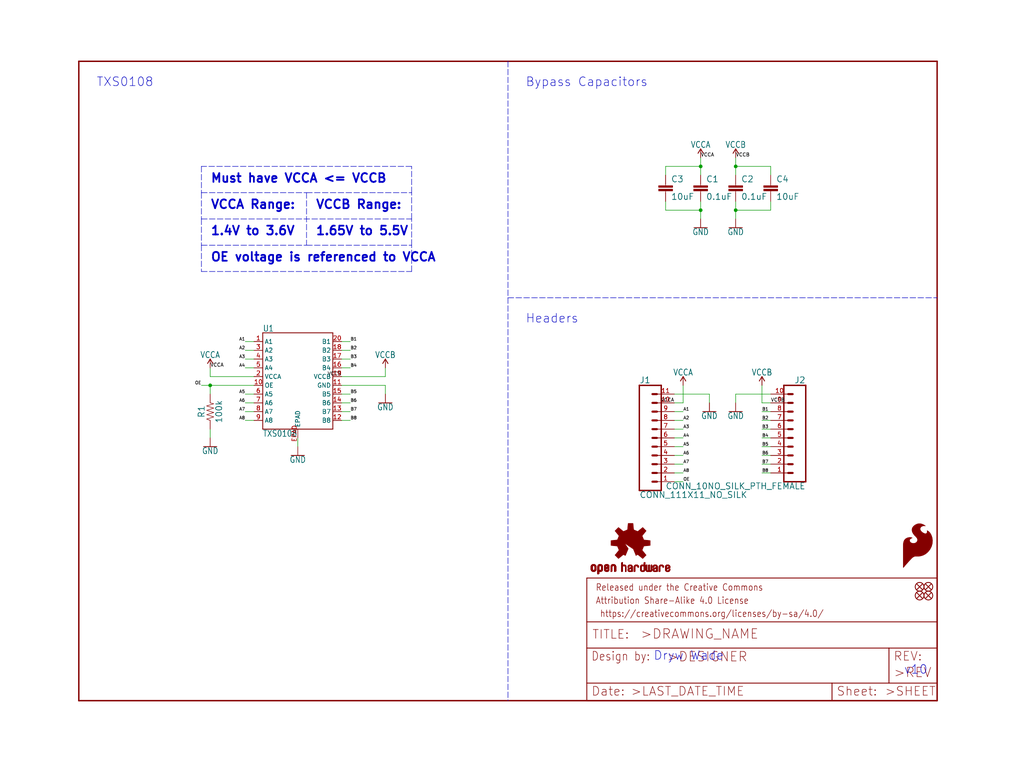
<source format=kicad_sch>
(kicad_sch (version 20211123) (generator eeschema)
  (paper "User" 297.002 223.926)
  (lib_symbols
    (symbol "eagleSchem-eagle-import:0.1UF-0603-25V-(+80{slash}-20%)"
      (property "Reference" "C" (at 1.524 2.921 0))
      (property "Value" "0.1UF-0603-25V-(+80{slash}-20%)" (at 1.524 -2.159 0))
      (symbol "0.1UF-0603-25V-(+80{slash}-20%)_1_0"
        (pin passive line (at 0 5.08 270) (length 2.54) (name "1") (number "1"))
        (pin passive line (at 0 -2.54 90) (length 2.54) (name "2") (number "2"))
      )
    )
    (symbol "eagleSchem-eagle-import:100KOHM-0603-1{slash}10W-1%"
      (property "Reference" "R" (at 0 1.524 0))
      (property "Value" "100KOHM-0603-1{slash}10W-1%" (at 0 -1.524 0))
      (symbol "100KOHM-0603-1{slash}10W-1%_1_0"
        (pin passive line (at -5.08 0 0) (length 2.54) (name "1") (number "1"))
        (pin passive line (at 5.08 0 180) (length 2.54) (name "2") (number "2"))
      )
    )
    (symbol "eagleSchem-eagle-import:10UF-0603-6.3V-20%"
      (property "Reference" "C" (at 1.524 2.921 0))
      (property "Value" "10UF-0603-6.3V-20%" (at 1.524 -2.159 0))
      (symbol "10UF-0603-6.3V-20%_1_0"
        (pin passive line (at 0 5.08 270) (length 2.54) (name "1") (number "1"))
        (pin passive line (at 0 -2.54 90) (length 2.54) (name "2") (number "2"))
      )
    )
    (symbol "eagleSchem-eagle-import:CONN_10NO_SILK_PTH_FEMALE"
      (property "Reference" "J" (at 0 8.128 0))
      (property "Value" "CONN_10NO_SILK_PTH_FEMALE" (at 0 -22.606 0))
      (symbol "CONN_10NO_SILK_PTH_FEMALE_1_0"
        (pin passive line (at 10.16 -17.78 180) (length 5.08) (name "1") (number "1"))
        (pin passive line (at 10.16 5.08 180) (length 5.08) (name "10") (number "10"))
        (pin passive line (at 10.16 -15.24 180) (length 5.08) (name "2") (number "2"))
        (pin passive line (at 10.16 -12.7 180) (length 5.08) (name "3") (number "3"))
        (pin passive line (at 10.16 -10.16 180) (length 5.08) (name "4") (number "4"))
        (pin passive line (at 10.16 -7.62 180) (length 5.08) (name "5") (number "5"))
        (pin passive line (at 10.16 -5.08 180) (length 5.08) (name "6") (number "6"))
        (pin passive line (at 10.16 -2.54 180) (length 5.08) (name "7") (number "7"))
        (pin passive line (at 10.16 0 180) (length 5.08) (name "8") (number "8"))
        (pin passive line (at 10.16 2.54 180) (length 5.08) (name "9") (number "9"))
      )
    )
    (symbol "eagleSchem-eagle-import:CONN_111X11_NO_SILK"
      (property "Reference" "J" (at 0 15.748 0))
      (property "Value" "CONN_111X11_NO_SILK" (at 0 -17.526 0))
      (symbol "CONN_111X11_NO_SILK_1_0"
        (pin passive line (at 10.16 -12.7 180) (length 5.08) (name "1") (number "1"))
        (pin passive line (at 10.16 10.16 180) (length 5.08) (name "10") (number "10"))
        (pin passive line (at 10.16 12.7 180) (length 5.08) (name "11") (number "11"))
        (pin passive line (at 10.16 -10.16 180) (length 5.08) (name "2") (number "2"))
        (pin passive line (at 10.16 -7.62 180) (length 5.08) (name "3") (number "3"))
        (pin passive line (at 10.16 -5.08 180) (length 5.08) (name "4") (number "4"))
        (pin passive line (at 10.16 -2.54 180) (length 5.08) (name "5") (number "5"))
        (pin passive line (at 10.16 0 180) (length 5.08) (name "6") (number "6"))
        (pin passive line (at 10.16 2.54 180) (length 5.08) (name "7") (number "7"))
        (pin passive line (at 10.16 5.08 180) (length 5.08) (name "8") (number "8"))
        (pin passive line (at 10.16 7.62 180) (length 5.08) (name "9") (number "9"))
      )
    )
    (symbol "eagleSchem-eagle-import:FIDUCIAL1X2")
    (symbol "eagleSchem-eagle-import:FRAME-LETTER"
      (symbol "FRAME-LETTER_2_0"
        (text " https://creativecommons.org/licenses/by-sa/4.0/" (at 2.54 24.13 0) (effects (font (size 1.9304 1.6408)) (justify left bottom)))
        (text ">DESIGNER" (at 23.114 11.176 0) (effects (font (size 2.7432 2.7432)) (justify left bottom)))
        (text ">DRAWING_NAME" (at 15.494 17.78 0) (effects (font (size 2.7432 2.7432)) (justify left bottom)))
        (text ">LAST_DATE_TIME" (at 12.7 1.27 0) (effects (font (size 2.54 2.54)) (justify left bottom)))
        (text ">REV" (at 88.9 6.604 0) (effects (font (size 2.7432 2.7432)) (justify left bottom)))
        (text ">SHEET" (at 86.36 1.27 0) (effects (font (size 2.54 2.54)) (justify left bottom)))
        (text "Attribution Share-Alike 4.0 License" (at 2.54 27.94 0) (effects (font (size 1.9304 1.6408)) (justify left bottom)))
        (text "Date:" (at 1.27 1.27 0) (effects (font (size 2.54 2.54)) (justify left bottom)))
        (text "Design by:" (at 1.27 11.43 0) (effects (font (size 2.54 2.159)) (justify left bottom)))
        (text "Released under the Creative Commons" (at 2.54 31.75 0) (effects (font (size 1.9304 1.6408)) (justify left bottom)))
        (text "REV:" (at 88.9 11.43 0) (effects (font (size 2.54 2.54)) (justify left bottom)))
        (text "Sheet:" (at 72.39 1.27 0) (effects (font (size 2.54 2.54)) (justify left bottom)))
        (text "TITLE:" (at 1.524 17.78 0) (effects (font (size 2.54 2.54)) (justify left bottom)))
      )
    )
    (symbol "eagleSchem-eagle-import:GND" (power)
      (property "Value" "GND" (at 0 -0.254 0))
      (symbol "GND_1_0"
        (pin power_in line (at 0 2.54 270) (length 2.54) (name "GND") (number "1"))
      )
    )
    (symbol "eagleSchem-eagle-import:OSHW-LOGOS")
    (symbol "eagleSchem-eagle-import:SFE_LOGO_FLAME.1_INCH")
    (symbol "eagleSchem-eagle-import:TXS0108-VFQFN_20"
      (property "Reference" "U" (at -10.16 13.97 0))
      (property "Value" "TXS0108-VFQFN_20" (at -10.16 -16.51 0))
      (symbol "TXS0108-VFQFN_20_1_0"
        (pin bidirectional line (at -12.7 10.16 0) (length 2.54) (name "A1") (number "1"))
        (pin bidirectional line (at -12.7 -2.54 0) (length 2.54) (name "OE") (number "10"))
        (pin bidirectional line (at 12.7 -2.54 180) (length 2.54) (name "GND") (number "11"))
        (pin bidirectional line (at 12.7 -12.7 180) (length 2.54) (name "B8") (number "12"))
        (pin bidirectional line (at 12.7 -10.16 180) (length 2.54) (name "B7") (number "13"))
        (pin bidirectional line (at 12.7 -7.62 180) (length 2.54) (name "B6") (number "14"))
        (pin bidirectional line (at 12.7 -5.08 180) (length 2.54) (name "B5") (number "15"))
        (pin bidirectional line (at 12.7 2.54 180) (length 2.54) (name "B4") (number "16"))
        (pin bidirectional line (at 12.7 5.08 180) (length 2.54) (name "B3") (number "17"))
        (pin bidirectional line (at 12.7 7.62 180) (length 2.54) (name "B2") (number "18"))
        (pin bidirectional line (at 12.7 0 180) (length 2.54) (name "VCCB") (number "19"))
        (pin bidirectional line (at -12.7 0 0) (length 2.54) (name "VCCA") (number "2"))
        (pin bidirectional line (at 12.7 10.16 180) (length 2.54) (name "B1") (number "20"))
        (pin bidirectional line (at -12.7 7.62 0) (length 2.54) (name "A2") (number "3"))
        (pin bidirectional line (at -12.7 5.08 0) (length 2.54) (name "A3") (number "4"))
        (pin bidirectional line (at -12.7 2.54 0) (length 2.54) (name "A4") (number "5"))
        (pin bidirectional line (at -12.7 -5.08 0) (length 2.54) (name "A5") (number "6"))
        (pin bidirectional line (at -12.7 -7.62 0) (length 2.54) (name "A6") (number "7"))
        (pin bidirectional line (at -12.7 -10.16 0) (length 2.54) (name "A7") (number "8"))
        (pin bidirectional line (at -12.7 -12.7 0) (length 2.54) (name "A8") (number "9"))
        (pin bidirectional line (at 0 -17.78 90) (length 2.54) (name "EPAD") (number "EPAD"))
      )
    )
    (symbol "eagleSchem-eagle-import:VCC_1" (power)
      (property "Value" "VCC_1" (at 0 2.794 0))
      (symbol "VCC_1_1_0"
        (pin power_in line (at 0 0 90) (length 2.54) (name "VCC_1") (number "1"))
      )
    )
    (symbol "eagleSchem-eagle-import:VCC_2" (power)
      (property "Value" "VCC_2" (at 0 2.794 0))
      (symbol "VCC_2_1_0"
        (pin power_in line (at 0 0 90) (length 2.54) (name "VCC_2") (number "1"))
      )
    )
  )
  (junction (at 213.36 48.26))
  (junction (at 213.36 60.96))
  (junction (at 60.96 111.76))
  (junction (at 203.2 60.96))
  (junction (at 203.2 48.26))
  (wire (pts (xy 223.52 124.46) (xy 220.98 124.46)))
  (wire (pts (xy 73.66 119.38) (xy 71.12 119.38)))
  (wire (pts (xy 203.2 58.42) (xy 203.2 60.96)))
  (wire (pts (xy 73.66 104.14) (xy 71.12 104.14)))
  (wire (pts (xy 193.04 60.96) (xy 203.2 60.96)))
  (wire (pts (xy 99.06 106.68) (xy 101.6 106.68)))
  (wire (pts (xy 193.04 48.26) (xy 203.2 48.26)))
  (wire (pts (xy 195.58 127) (xy 198.12 127)))
  (wire (pts (xy 223.52 121.92) (xy 220.98 121.92)))
  (wire (pts (xy 99.06 101.6) (xy 101.6 101.6)))
  (wire (pts (xy 213.36 60.96) (xy 213.36 58.42)))
  (wire (pts (xy 60.96 106.68) (xy 60.96 109.22)))
  (polyline (pts (xy 58.42 48.26) (xy 58.42 55.88)))
  (wire (pts (xy 193.04 58.42) (xy 193.04 60.96)))
  (wire (pts (xy 213.36 114.3) (xy 213.36 116.84)))
  (wire (pts (xy 203.2 45.72) (xy 203.2 48.26)))
  (polyline (pts (xy 147.32 86.36) (xy 271.78 86.36)))
  (wire (pts (xy 73.66 116.84) (xy 71.12 116.84)))
  (wire (pts (xy 195.58 119.38) (xy 198.12 119.38)))
  (wire (pts (xy 198.12 116.84) (xy 198.12 111.76)))
  (wire (pts (xy 205.74 114.3) (xy 205.74 116.84)))
  (wire (pts (xy 223.52 127) (xy 220.98 127)))
  (polyline (pts (xy 58.42 63.5) (xy 119.38 63.5)))
  (wire (pts (xy 99.06 116.84) (xy 101.6 116.84)))
  (polyline (pts (xy 58.42 71.12) (xy 58.42 78.74)))
  (wire (pts (xy 73.66 106.68) (xy 71.12 106.68)))
  (wire (pts (xy 203.2 60.96) (xy 203.2 63.5)))
  (wire (pts (xy 195.58 139.7) (xy 198.12 139.7)))
  (polyline (pts (xy 58.42 78.74) (xy 119.38 78.74)))
  (wire (pts (xy 223.52 129.54) (xy 220.98 129.54)))
  (wire (pts (xy 223.52 137.16) (xy 220.98 137.16)))
  (wire (pts (xy 223.52 50.8) (xy 223.52 48.26)))
  (wire (pts (xy 195.58 132.08) (xy 198.12 132.08)))
  (polyline (pts (xy 119.38 48.26) (xy 58.42 48.26)))
  (polyline (pts (xy 88.9 71.12) (xy 119.38 71.12)))
  (wire (pts (xy 213.36 48.26) (xy 213.36 50.8)))
  (polyline (pts (xy 88.9 55.88) (xy 119.38 55.88)))
  (polyline (pts (xy 58.42 63.5) (xy 58.42 71.12)))
  (polyline (pts (xy 119.38 63.5) (xy 119.38 55.88)))
  (polyline (pts (xy 147.32 17.78) (xy 147.32 86.36)))
  (wire (pts (xy 73.66 99.06) (xy 71.12 99.06)))
  (wire (pts (xy 223.52 58.42) (xy 223.52 60.96)))
  (wire (pts (xy 223.52 132.08) (xy 220.98 132.08)))
  (wire (pts (xy 58.42 111.76) (xy 60.96 111.76)))
  (wire (pts (xy 203.2 48.26) (xy 203.2 50.8)))
  (wire (pts (xy 223.52 134.62) (xy 220.98 134.62)))
  (wire (pts (xy 99.06 121.92) (xy 101.6 121.92)))
  (wire (pts (xy 195.58 114.3) (xy 205.74 114.3)))
  (wire (pts (xy 195.58 116.84) (xy 198.12 116.84)))
  (polyline (pts (xy 147.32 86.36) (xy 147.32 203.2)))
  (polyline (pts (xy 119.38 55.88) (xy 119.38 48.26)))
  (wire (pts (xy 86.36 129.54) (xy 86.36 127)))
  (wire (pts (xy 60.96 111.76) (xy 73.66 111.76)))
  (polyline (pts (xy 58.42 71.12) (xy 88.9 71.12)))
  (wire (pts (xy 73.66 101.6) (xy 71.12 101.6)))
  (wire (pts (xy 195.58 134.62) (xy 198.12 134.62)))
  (wire (pts (xy 223.52 48.26) (xy 213.36 48.26)))
  (wire (pts (xy 193.04 50.8) (xy 193.04 48.26)))
  (wire (pts (xy 99.06 109.22) (xy 111.76 109.22)))
  (wire (pts (xy 223.52 119.38) (xy 220.98 119.38)))
  (wire (pts (xy 99.06 99.06) (xy 101.6 99.06)))
  (wire (pts (xy 213.36 45.72) (xy 213.36 48.26)))
  (wire (pts (xy 99.06 119.38) (xy 101.6 119.38)))
  (wire (pts (xy 195.58 129.54) (xy 198.12 129.54)))
  (wire (pts (xy 99.06 104.14) (xy 101.6 104.14)))
  (wire (pts (xy 99.06 111.76) (xy 111.76 111.76)))
  (wire (pts (xy 111.76 109.22) (xy 111.76 106.68)))
  (wire (pts (xy 60.96 124.46) (xy 60.96 127)))
  (polyline (pts (xy 58.42 55.88) (xy 58.42 63.5)))
  (wire (pts (xy 99.06 114.3) (xy 101.6 114.3)))
  (wire (pts (xy 195.58 124.46) (xy 198.12 124.46)))
  (polyline (pts (xy 119.38 71.12) (xy 119.38 63.5)))
  (polyline (pts (xy 119.38 78.74) (xy 119.38 71.12)))
  (wire (pts (xy 73.66 114.3) (xy 71.12 114.3)))
  (wire (pts (xy 195.58 137.16) (xy 198.12 137.16)))
  (wire (pts (xy 60.96 114.3) (xy 60.96 111.76)))
  (wire (pts (xy 223.52 60.96) (xy 213.36 60.96)))
  (polyline (pts (xy 88.9 55.88) (xy 88.9 71.12)))
  (wire (pts (xy 111.76 111.76) (xy 111.76 114.3)))
  (wire (pts (xy 220.98 116.84) (xy 220.98 111.76)))
  (wire (pts (xy 73.66 121.92) (xy 71.12 121.92)))
  (wire (pts (xy 195.58 121.92) (xy 198.12 121.92)))
  (wire (pts (xy 223.52 114.3) (xy 213.36 114.3)))
  (wire (pts (xy 223.52 116.84) (xy 220.98 116.84)))
  (wire (pts (xy 60.96 109.22) (xy 73.66 109.22)))
  (wire (pts (xy 213.36 63.5) (xy 213.36 60.96)))
  (polyline (pts (xy 58.42 55.88) (xy 88.9 55.88)))
  (text "v10" (at 262.128 195.834 180) (effects (font (size 2.54 2.54)) (justify left bottom)))
  (text "Must have VCCA <= VCCB~{}" (at 60.96 53.34 180) (effects (font (size 2.54 2.54) (thickness 0.508) bold) (justify left bottom)))
  (text "Dryw Wade" (at 189.484 191.77 180) (effects (font (size 2.54 2.54)) (justify left bottom)))
  (text "Bypass Capacitors" (at 152.4 25.4 180) (effects (font (size 2.54 2.54)) (justify left bottom)))
  (text "VCCA Range:" (at 60.96 60.96 180) (effects (font (size 2.54 2.54) (thickness 0.508) bold) (justify left bottom)))
  (text "TXS0108" (at 27.94 25.4 180) (effects (font (size 2.54 2.54)) (justify left bottom)))
  (text "1.65V to 5.5V" (at 91.44 68.58 180) (effects (font (size 2.54 2.54) (thickness 0.508) bold) (justify left bottom)))
  (text "Headers" (at 152.4 93.98 180) (effects (font (size 2.54 2.54)) (justify left bottom)))
  (text "OE voltage is referenced to VCCA" (at 60.96 76.2 180) (effects (font (size 2.54 2.54) (thickness 0.508) bold) (justify left bottom)))
  (text "VCCB Range:" (at 91.44 60.96 180) (effects (font (size 2.54 2.54) (thickness 0.508) bold) (justify left bottom)))
  (text "1.4V to 3.6V" (at 60.96 68.58 180) (effects (font (size 2.54 2.54) (thickness 0.508) bold) (justify left bottom)))
  (label "A3" (at 198.12 124.46 0) (effects (font (size 0.889 0.889))))
  (label "B1" (at 220.98 119.38 0) (effects (font (size 0.889 0.889))))
  (label "B6" (at 101.6 116.84 0) (effects (font (size 0.889 0.889))))
  (label "A8" (at 71.12 121.92 180) (effects (font (size 0.889 0.889))))
  (label "OE" (at 198.12 139.7 0) (effects (font (size 0.889 0.889))))
  (label "VCCB" (at 213.36 45.72 0) (effects (font (size 1.016 1.016))))
  (label "B3" (at 101.6 104.14 0) (effects (font (size 0.889 0.889))))
  (label "VCCA" (at 195.58 116.84 180) (effects (font (size 1.016 1.016))))
  (label "VCCB" (at 223.52 116.84 0) (effects (font (size 1.016 1.016))))
  (label "A4" (at 198.12 127 0) (effects (font (size 0.889 0.889))))
  (label "A5" (at 71.12 114.3 180) (effects (font (size 0.889 0.889))))
  (label "A1" (at 71.12 99.06 180) (effects (font (size 0.889 0.889))))
  (label "A8" (at 198.12 137.16 0) (effects (font (size 0.889 0.889))))
  (label "B4" (at 101.6 106.68 0) (effects (font (size 0.889 0.889))))
  (label "A3" (at 71.12 104.14 180) (effects (font (size 0.889 0.889))))
  (label "A7" (at 198.12 134.62 0) (effects (font (size 0.889 0.889))))
  (label "B6" (at 220.98 132.08 0) (effects (font (size 0.889 0.889))))
  (label "A6" (at 198.12 132.08 0) (effects (font (size 0.889 0.889))))
  (label "B5" (at 101.6 114.3 0) (effects (font (size 0.889 0.889))))
  (label "B5" (at 220.98 129.54 0) (effects (font (size 0.889 0.889))))
  (label "B2" (at 220.98 121.92 0) (effects (font (size 0.889 0.889))))
  (label "OE" (at 58.42 111.76 180) (effects (font (size 0.889 0.889))))
  (label "A7" (at 71.12 119.38 180) (effects (font (size 0.889 0.889))))
  (label "B8" (at 101.6 121.92 0) (effects (font (size 0.889 0.889))))
  (label "B7" (at 101.6 119.38 0) (effects (font (size 0.889 0.889))))
  (label "B2" (at 101.6 101.6 0) (effects (font (size 0.889 0.889))))
  (label "VCCB" (at 99.06 109.22 180) (effects (font (size 1.016 1.016))))
  (label "B8" (at 220.98 137.16 0) (effects (font (size 0.889 0.889))))
  (label "VCCA" (at 60.96 106.68 0) (effects (font (size 1.016 1.016))))
  (label "B7" (at 220.98 134.62 0) (effects (font (size 0.889 0.889))))
  (label "A1" (at 198.12 119.38 0) (effects (font (size 0.889 0.889))))
  (label "A2" (at 71.12 101.6 180) (effects (font (size 0.889 0.889))))
  (label "B4" (at 220.98 127 0) (effects (font (size 0.889 0.889))))
  (label "B3" (at 220.98 124.46 0) (effects (font (size 0.889 0.889))))
  (label "A4" (at 71.12 106.68 180) (effects (font (size 0.889 0.889))))
  (label "A6" (at 71.12 116.84 180) (effects (font (size 0.889 0.889))))
  (label "B1" (at 101.6 99.06 0) (effects (font (size 0.889 0.889))))
  (label "A2" (at 198.12 121.92 0) (effects (font (size 0.889 0.889))))
  (label "A5" (at 198.12 129.54 0) (effects (font (size 0.889 0.889))))
  (label "VCCA" (at 203.2 45.72 0) (effects (font (size 1.016 1.016))))
  (symbol (lib_id "eagleSchem-eagle-import:FRAME-LETTER") (at 22.86 203.2 0) (unit 1)
    (property "Reference" "FRAME1" (effects hide))
    (property "Value" "FRAME-LETTER" (effects hide))
    (property "Footprint" "eagleSchem:CREATIVE_COMMONS" (effects hide))
  )
  (symbol (lib_id "eagleSchem-eagle-import:0.1UF-0603-25V-(+80{slash}-20%)") (at 213.36 55.88 0) (unit 1)
    (property "Reference" "C2" (at 214.884 52.959 0) (effects (font (size 1.778 1.778)) (justify left bottom)))
    (property "Value" "0.1uF" (at 214.884 58.039 0) (effects (font (size 1.778 1.778)) (justify left bottom)))
    (property "Footprint" "eagleSchem:0603" (effects hide))
  )
  (symbol (lib_id "eagleSchem-eagle-import:TXS0108-VFQFN_20") (at 86.36 109.22 0) (unit 1)
    (property "Reference" "U1" (at 76.2 95.25 0) (effects (font (size 1.778 1.5113)) (justify left)))
    (property "Value" "TXS0108" (at 76.2 125.73 0) (effects (font (size 1.778 1.5113)) (justify left)))
    (property "Footprint" "eagleSchem:VFQFN-20" (effects hide))
  )
  (symbol (lib_id "eagleSchem-eagle-import:VCC_2") (at 220.98 111.76 0) (unit 1)
    (property "Reference" "#SUPPLY6" (effects hide))
    (property "Value" "VCCB" (at 220.98 108.966 0) (effects (font (size 1.778 1.5113)) (justify bottom)))
    (property "Footprint" "eagleSchem:" (effects hide))
  )
  (symbol (lib_id "eagleSchem-eagle-import:GND") (at 111.76 116.84 0) (unit 1)
    (property "Reference" "#GND4" (effects hide))
    (property "Value" "GND" (at 111.76 117.094 0) (effects (font (size 1.778 1.5113)) (justify top)))
    (property "Footprint" "eagleSchem:" (effects hide))
  )
  (symbol (lib_id "eagleSchem-eagle-import:FIDUCIAL1X2") (at 266.7 170.18 0) (unit 1)
    (property "Reference" "FD4" (effects hide))
    (property "Value" "FIDUCIAL1X2" (effects hide))
    (property "Footprint" "eagleSchem:FIDUCIAL-1X2" (effects hide))
  )
  (symbol (lib_id "eagleSchem-eagle-import:GND") (at 60.96 129.54 0) (unit 1)
    (property "Reference" "#GND3" (effects hide))
    (property "Value" "GND" (at 60.96 129.794 0) (effects (font (size 1.778 1.5113)) (justify top)))
    (property "Footprint" "eagleSchem:" (effects hide))
  )
  (symbol (lib_id "eagleSchem-eagle-import:GND") (at 213.36 119.38 0) (unit 1)
    (property "Reference" "#GND1" (effects hide))
    (property "Value" "GND" (at 213.36 119.634 0) (effects (font (size 1.778 1.5113)) (justify top)))
    (property "Footprint" "eagleSchem:" (effects hide))
  )
  (symbol (lib_id "eagleSchem-eagle-import:GND") (at 86.36 132.08 0) (unit 1)
    (property "Reference" "#GND7" (effects hide))
    (property "Value" "GND" (at 86.36 132.334 0) (effects (font (size 1.778 1.5113)) (justify top)))
    (property "Footprint" "eagleSchem:" (effects hide))
  )
  (symbol (lib_id "eagleSchem-eagle-import:100KOHM-0603-1{slash}10W-1%") (at 60.96 119.38 90) (unit 1)
    (property "Reference" "R1" (at 59.436 119.38 0) (effects (font (size 1.778 1.778)) (justify bottom)))
    (property "Value" "100k" (at 62.484 119.38 0) (effects (font (size 1.778 1.778)) (justify top)))
    (property "Footprint" "eagleSchem:0603" (effects hide))
  )
  (symbol (lib_id "eagleSchem-eagle-import:GND") (at 213.36 66.04 0) (unit 1)
    (property "Reference" "#GND6" (effects hide))
    (property "Value" "GND" (at 213.36 66.294 0) (effects (font (size 1.778 1.5113)) (justify top)))
    (property "Footprint" "eagleSchem:" (effects hide))
  )
  (symbol (lib_id "eagleSchem-eagle-import:FIDUCIAL1X2") (at 266.7 172.72 0) (unit 1)
    (property "Reference" "FD2" (effects hide))
    (property "Value" "FIDUCIAL1X2" (effects hide))
    (property "Footprint" "eagleSchem:FIDUCIAL-1X2" (effects hide))
  )
  (symbol (lib_id "eagleSchem-eagle-import:SFE_LOGO_FLAME.1_INCH") (at 261.62 165.1 0) (unit 1)
    (property "Reference" "LOGO2" (effects hide))
    (property "Value" "SFE_LOGO_FLAME.1_INCH" (effects hide))
    (property "Footprint" "eagleSchem:SFE_LOGO_FLAME_.1" (effects hide))
  )
  (symbol (lib_id "eagleSchem-eagle-import:FRAME-LETTER") (at 170.18 203.2 0) (unit 2)
    (property "Reference" "FRAME1" (effects hide))
    (property "Value" "FRAME-LETTER" (effects hide))
    (property "Footprint" "eagleSchem:CREATIVE_COMMONS" (effects hide))
  )
  (symbol (lib_id "eagleSchem-eagle-import:VCC_2") (at 111.76 106.68 0) (unit 1)
    (property "Reference" "#SUPPLY3" (effects hide))
    (property "Value" "VCCB" (at 111.76 103.886 0) (effects (font (size 1.778 1.5113)) (justify bottom)))
    (property "Footprint" "eagleSchem:" (effects hide))
  )
  (symbol (lib_id "eagleSchem-eagle-import:10UF-0603-6.3V-20%") (at 223.52 55.88 0) (unit 1)
    (property "Reference" "C4" (at 225.044 52.959 0) (effects (font (size 1.778 1.778)) (justify left bottom)))
    (property "Value" "10uF" (at 225.044 58.039 0) (effects (font (size 1.778 1.778)) (justify left bottom)))
    (property "Footprint" "eagleSchem:0603" (effects hide))
  )
  (symbol (lib_id "eagleSchem-eagle-import:FIDUCIAL1X2") (at 269.24 172.72 0) (unit 1)
    (property "Reference" "FD3" (effects hide))
    (property "Value" "FIDUCIAL1X2" (effects hide))
    (property "Footprint" "eagleSchem:FIDUCIAL-1X2" (effects hide))
  )
  (symbol (lib_id "eagleSchem-eagle-import:10UF-0603-6.3V-20%") (at 193.04 55.88 0) (unit 1)
    (property "Reference" "C3" (at 194.564 52.959 0) (effects (font (size 1.778 1.778)) (justify left bottom)))
    (property "Value" "10uF" (at 194.564 58.039 0) (effects (font (size 1.778 1.778)) (justify left bottom)))
    (property "Footprint" "eagleSchem:0603" (effects hide))
  )
  (symbol (lib_id "eagleSchem-eagle-import:VCC_1") (at 203.2 45.72 0) (unit 1)
    (property "Reference" "#SUPPLY2" (effects hide))
    (property "Value" "VCCA" (at 203.2 42.926 0) (effects (font (size 1.778 1.5113)) (justify bottom)))
    (property "Footprint" "eagleSchem:" (effects hide))
  )
  (symbol (lib_id "eagleSchem-eagle-import:VCC_2") (at 213.36 45.72 0) (unit 1)
    (property "Reference" "#SUPPLY4" (effects hide))
    (property "Value" "VCCB" (at 213.36 42.926 0) (effects (font (size 1.778 1.5113)) (justify bottom)))
    (property "Footprint" "eagleSchem:" (effects hide))
  )
  (symbol (lib_id "eagleSchem-eagle-import:GND") (at 205.74 119.38 0) (unit 1)
    (property "Reference" "#GND2" (effects hide))
    (property "Value" "GND" (at 205.74 119.634 0) (effects (font (size 1.778 1.5113)) (justify top)))
    (property "Footprint" "eagleSchem:" (effects hide))
  )
  (symbol (lib_id "eagleSchem-eagle-import:GND") (at 203.2 66.04 0) (unit 1)
    (property "Reference" "#GND5" (effects hide))
    (property "Value" "GND" (at 203.2 66.294 0) (effects (font (size 1.778 1.5113)) (justify top)))
    (property "Footprint" "eagleSchem:" (effects hide))
  )
  (symbol (lib_id "eagleSchem-eagle-import:VCC_1") (at 60.96 106.68 0) (unit 1)
    (property "Reference" "#SUPPLY1" (effects hide))
    (property "Value" "VCCA" (at 60.96 103.886 0) (effects (font (size 1.778 1.5113)) (justify bottom)))
    (property "Footprint" "eagleSchem:" (effects hide))
  )
  (symbol (lib_id "eagleSchem-eagle-import:CONN_111X11_NO_SILK") (at 185.42 127 0) (unit 1)
    (property "Reference" "J1" (at 185.42 111.252 0) (effects (font (size 1.778 1.778)) (justify left bottom)))
    (property "Value" "CONN_111X11_NO_SILK" (at 185.42 144.526 0) (effects (font (size 1.778 1.778)) (justify left bottom)))
    (property "Footprint" "eagleSchem:1X11_NO_SILK" (effects hide))
  )
  (symbol (lib_id "eagleSchem-eagle-import:0.1UF-0603-25V-(+80{slash}-20%)") (at 203.2 55.88 0) (unit 1)
    (property "Reference" "C1" (at 204.724 52.959 0) (effects (font (size 1.778 1.778)) (justify left bottom)))
    (property "Value" "0.1uF" (at 204.724 58.039 0) (effects (font (size 1.778 1.778)) (justify left bottom)))
    (property "Footprint" "eagleSchem:0603" (effects hide))
  )
  (symbol (lib_id "eagleSchem-eagle-import:CONN_10NO_SILK_PTH_FEMALE") (at 233.68 119.38 0) (mirror y) (unit 1)
    (property "Reference" "J2" (at 233.68 111.252 0) (effects (font (size 1.778 1.778)) (justify left bottom)))
    (property "Value" "CONN_10NO_SILK_PTH_FEMALE" (at 233.68 141.986 0) (effects (font (size 1.778 1.778)) (justify left bottom)))
    (property "Footprint" "eagleSchem:1X10_NO_SILK" (effects hide))
  )
  (symbol (lib_id "eagleSchem-eagle-import:VCC_1") (at 198.12 111.76 0) (unit 1)
    (property "Reference" "#SUPPLY5" (effects hide))
    (property "Value" "VCCA" (at 198.12 108.966 0) (effects (font (size 1.778 1.5113)) (justify bottom)))
    (property "Footprint" "eagleSchem:" (effects hide))
  )
  (symbol (lib_id "eagleSchem-eagle-import:FIDUCIAL1X2") (at 269.24 170.18 0) (unit 1)
    (property "Reference" "FD1" (effects hide))
    (property "Value" "FIDUCIAL1X2" (effects hide))
    (property "Footprint" "eagleSchem:FIDUCIAL-1X2" (effects hide))
  )
  (symbol (lib_id "eagleSchem-eagle-import:OSHW-LOGOS") (at 182.88 157.48 0) (unit 1)
    (property "Reference" "LOGO1" (effects hide))
    (property "Value" "OSHW-LOGOS" (effects hide))
    (property "Footprint" "eagleSchem:OSHW-LOGO-S" (effects hide))
  )
)
</source>
